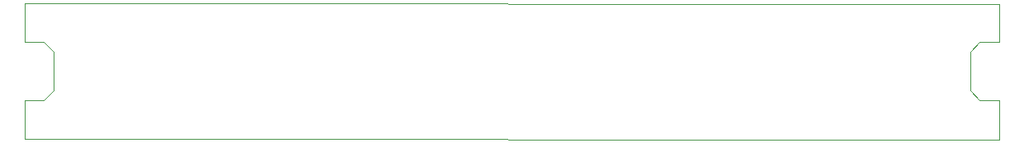
<source format=gbr>
%TF.GenerationSoftware,KiCad,Pcbnew,8.0.6*%
%TF.CreationDate,2025-03-12T20:05:18-06:00*%
%TF.ProjectId,Lightbar,4c696768-7462-4617-922e-6b696361645f,rev?*%
%TF.SameCoordinates,Original*%
%TF.FileFunction,Profile,NP*%
%FSLAX46Y46*%
G04 Gerber Fmt 4.6, Leading zero omitted, Abs format (unit mm)*
G04 Created by KiCad (PCBNEW 8.0.6) date 2025-03-12 20:05:18*
%MOMM*%
%LPD*%
G01*
G04 APERTURE LIST*
%TA.AperFunction,Profile*%
%ADD10C,0.050000*%
%TD*%
G04 APERTURE END LIST*
D10*
X198504400Y-112018000D02*
X198505800Y-108012200D01*
X196489600Y-108001800D02*
X195489600Y-107001800D01*
X98489600Y-108001800D02*
X98489600Y-112001800D01*
X196489600Y-102001800D02*
X198489600Y-102001800D01*
X198489600Y-102001800D02*
X198512600Y-98057800D01*
X98489600Y-112001800D02*
X198504400Y-112018000D01*
X98499400Y-97989200D02*
X98489600Y-102001800D01*
X195489600Y-103001800D02*
X196489600Y-102001800D01*
X198505800Y-108012200D02*
X196489600Y-108001800D01*
X98489600Y-102001800D02*
X100489600Y-102001800D01*
X198512600Y-98057800D02*
X98499400Y-97989200D01*
X100489600Y-102001800D02*
X101489600Y-103001800D01*
X195489600Y-107001800D02*
X195489600Y-103001800D01*
X101489600Y-107001800D02*
X100489600Y-108001800D01*
X101489600Y-103001800D02*
X101489600Y-107001800D01*
X100489600Y-108001800D02*
X98489600Y-108001800D01*
M02*

</source>
